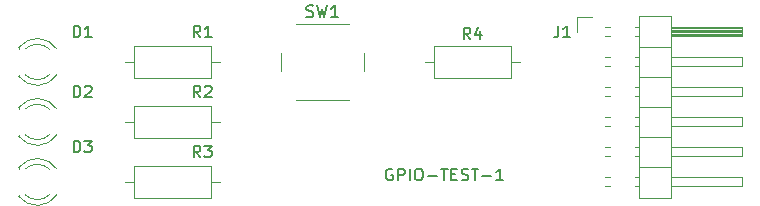
<source format=gbr>
%TF.GenerationSoftware,KiCad,Pcbnew,7.0.10*%
%TF.CreationDate,2024-01-31T18:25:17+09:00*%
%TF.ProjectId,test,74657374-2e6b-4696-9361-645f70636258,rev?*%
%TF.SameCoordinates,Original*%
%TF.FileFunction,Legend,Top*%
%TF.FilePolarity,Positive*%
%FSLAX46Y46*%
G04 Gerber Fmt 4.6, Leading zero omitted, Abs format (unit mm)*
G04 Created by KiCad (PCBNEW 7.0.10) date 2024-01-31 18:25:17*
%MOMM*%
%LPD*%
G01*
G04 APERTURE LIST*
%ADD10C,0.150000*%
%ADD11C,0.120000*%
G04 APERTURE END LIST*
D10*
X117700588Y-70037438D02*
X117605350Y-69989819D01*
X117605350Y-69989819D02*
X117462493Y-69989819D01*
X117462493Y-69989819D02*
X117319636Y-70037438D01*
X117319636Y-70037438D02*
X117224398Y-70132676D01*
X117224398Y-70132676D02*
X117176779Y-70227914D01*
X117176779Y-70227914D02*
X117129160Y-70418390D01*
X117129160Y-70418390D02*
X117129160Y-70561247D01*
X117129160Y-70561247D02*
X117176779Y-70751723D01*
X117176779Y-70751723D02*
X117224398Y-70846961D01*
X117224398Y-70846961D02*
X117319636Y-70942200D01*
X117319636Y-70942200D02*
X117462493Y-70989819D01*
X117462493Y-70989819D02*
X117557731Y-70989819D01*
X117557731Y-70989819D02*
X117700588Y-70942200D01*
X117700588Y-70942200D02*
X117748207Y-70894580D01*
X117748207Y-70894580D02*
X117748207Y-70561247D01*
X117748207Y-70561247D02*
X117557731Y-70561247D01*
X118176779Y-70989819D02*
X118176779Y-69989819D01*
X118176779Y-69989819D02*
X118557731Y-69989819D01*
X118557731Y-69989819D02*
X118652969Y-70037438D01*
X118652969Y-70037438D02*
X118700588Y-70085057D01*
X118700588Y-70085057D02*
X118748207Y-70180295D01*
X118748207Y-70180295D02*
X118748207Y-70323152D01*
X118748207Y-70323152D02*
X118700588Y-70418390D01*
X118700588Y-70418390D02*
X118652969Y-70466009D01*
X118652969Y-70466009D02*
X118557731Y-70513628D01*
X118557731Y-70513628D02*
X118176779Y-70513628D01*
X119176779Y-70989819D02*
X119176779Y-69989819D01*
X119843445Y-69989819D02*
X120033921Y-69989819D01*
X120033921Y-69989819D02*
X120129159Y-70037438D01*
X120129159Y-70037438D02*
X120224397Y-70132676D01*
X120224397Y-70132676D02*
X120272016Y-70323152D01*
X120272016Y-70323152D02*
X120272016Y-70656485D01*
X120272016Y-70656485D02*
X120224397Y-70846961D01*
X120224397Y-70846961D02*
X120129159Y-70942200D01*
X120129159Y-70942200D02*
X120033921Y-70989819D01*
X120033921Y-70989819D02*
X119843445Y-70989819D01*
X119843445Y-70989819D02*
X119748207Y-70942200D01*
X119748207Y-70942200D02*
X119652969Y-70846961D01*
X119652969Y-70846961D02*
X119605350Y-70656485D01*
X119605350Y-70656485D02*
X119605350Y-70323152D01*
X119605350Y-70323152D02*
X119652969Y-70132676D01*
X119652969Y-70132676D02*
X119748207Y-70037438D01*
X119748207Y-70037438D02*
X119843445Y-69989819D01*
X120700588Y-70608866D02*
X121462493Y-70608866D01*
X121795826Y-69989819D02*
X122367254Y-69989819D01*
X122081540Y-70989819D02*
X122081540Y-69989819D01*
X122700588Y-70466009D02*
X123033921Y-70466009D01*
X123176778Y-70989819D02*
X122700588Y-70989819D01*
X122700588Y-70989819D02*
X122700588Y-69989819D01*
X122700588Y-69989819D02*
X123176778Y-69989819D01*
X123557731Y-70942200D02*
X123700588Y-70989819D01*
X123700588Y-70989819D02*
X123938683Y-70989819D01*
X123938683Y-70989819D02*
X124033921Y-70942200D01*
X124033921Y-70942200D02*
X124081540Y-70894580D01*
X124081540Y-70894580D02*
X124129159Y-70799342D01*
X124129159Y-70799342D02*
X124129159Y-70704104D01*
X124129159Y-70704104D02*
X124081540Y-70608866D01*
X124081540Y-70608866D02*
X124033921Y-70561247D01*
X124033921Y-70561247D02*
X123938683Y-70513628D01*
X123938683Y-70513628D02*
X123748207Y-70466009D01*
X123748207Y-70466009D02*
X123652969Y-70418390D01*
X123652969Y-70418390D02*
X123605350Y-70370771D01*
X123605350Y-70370771D02*
X123557731Y-70275533D01*
X123557731Y-70275533D02*
X123557731Y-70180295D01*
X123557731Y-70180295D02*
X123605350Y-70085057D01*
X123605350Y-70085057D02*
X123652969Y-70037438D01*
X123652969Y-70037438D02*
X123748207Y-69989819D01*
X123748207Y-69989819D02*
X123986302Y-69989819D01*
X123986302Y-69989819D02*
X124129159Y-70037438D01*
X124414874Y-69989819D02*
X124986302Y-69989819D01*
X124700588Y-70989819D02*
X124700588Y-69989819D01*
X125319636Y-70608866D02*
X126081541Y-70608866D01*
X127081540Y-70989819D02*
X126510112Y-70989819D01*
X126795826Y-70989819D02*
X126795826Y-69989819D01*
X126795826Y-69989819D02*
X126700588Y-70132676D01*
X126700588Y-70132676D02*
X126605350Y-70227914D01*
X126605350Y-70227914D02*
X126510112Y-70275533D01*
X110426667Y-57117200D02*
X110569524Y-57164819D01*
X110569524Y-57164819D02*
X110807619Y-57164819D01*
X110807619Y-57164819D02*
X110902857Y-57117200D01*
X110902857Y-57117200D02*
X110950476Y-57069580D01*
X110950476Y-57069580D02*
X110998095Y-56974342D01*
X110998095Y-56974342D02*
X110998095Y-56879104D01*
X110998095Y-56879104D02*
X110950476Y-56783866D01*
X110950476Y-56783866D02*
X110902857Y-56736247D01*
X110902857Y-56736247D02*
X110807619Y-56688628D01*
X110807619Y-56688628D02*
X110617143Y-56641009D01*
X110617143Y-56641009D02*
X110521905Y-56593390D01*
X110521905Y-56593390D02*
X110474286Y-56545771D01*
X110474286Y-56545771D02*
X110426667Y-56450533D01*
X110426667Y-56450533D02*
X110426667Y-56355295D01*
X110426667Y-56355295D02*
X110474286Y-56260057D01*
X110474286Y-56260057D02*
X110521905Y-56212438D01*
X110521905Y-56212438D02*
X110617143Y-56164819D01*
X110617143Y-56164819D02*
X110855238Y-56164819D01*
X110855238Y-56164819D02*
X110998095Y-56212438D01*
X111331429Y-56164819D02*
X111569524Y-57164819D01*
X111569524Y-57164819D02*
X111760000Y-56450533D01*
X111760000Y-56450533D02*
X111950476Y-57164819D01*
X111950476Y-57164819D02*
X112188572Y-56164819D01*
X113093333Y-57164819D02*
X112521905Y-57164819D01*
X112807619Y-57164819D02*
X112807619Y-56164819D01*
X112807619Y-56164819D02*
X112712381Y-56307676D01*
X112712381Y-56307676D02*
X112617143Y-56402914D01*
X112617143Y-56402914D02*
X112521905Y-56450533D01*
X101433333Y-58874819D02*
X101100000Y-58398628D01*
X100861905Y-58874819D02*
X100861905Y-57874819D01*
X100861905Y-57874819D02*
X101242857Y-57874819D01*
X101242857Y-57874819D02*
X101338095Y-57922438D01*
X101338095Y-57922438D02*
X101385714Y-57970057D01*
X101385714Y-57970057D02*
X101433333Y-58065295D01*
X101433333Y-58065295D02*
X101433333Y-58208152D01*
X101433333Y-58208152D02*
X101385714Y-58303390D01*
X101385714Y-58303390D02*
X101338095Y-58351009D01*
X101338095Y-58351009D02*
X101242857Y-58398628D01*
X101242857Y-58398628D02*
X100861905Y-58398628D01*
X102385714Y-58874819D02*
X101814286Y-58874819D01*
X102100000Y-58874819D02*
X102100000Y-57874819D01*
X102100000Y-57874819D02*
X102004762Y-58017676D01*
X102004762Y-58017676D02*
X101909524Y-58112914D01*
X101909524Y-58112914D02*
X101814286Y-58160533D01*
X124293333Y-59044819D02*
X123960000Y-58568628D01*
X123721905Y-59044819D02*
X123721905Y-58044819D01*
X123721905Y-58044819D02*
X124102857Y-58044819D01*
X124102857Y-58044819D02*
X124198095Y-58092438D01*
X124198095Y-58092438D02*
X124245714Y-58140057D01*
X124245714Y-58140057D02*
X124293333Y-58235295D01*
X124293333Y-58235295D02*
X124293333Y-58378152D01*
X124293333Y-58378152D02*
X124245714Y-58473390D01*
X124245714Y-58473390D02*
X124198095Y-58521009D01*
X124198095Y-58521009D02*
X124102857Y-58568628D01*
X124102857Y-58568628D02*
X123721905Y-58568628D01*
X125150476Y-58378152D02*
X125150476Y-59044819D01*
X124912381Y-57997200D02*
X124674286Y-58711485D01*
X124674286Y-58711485D02*
X125293333Y-58711485D01*
X101433333Y-69034819D02*
X101100000Y-68558628D01*
X100861905Y-69034819D02*
X100861905Y-68034819D01*
X100861905Y-68034819D02*
X101242857Y-68034819D01*
X101242857Y-68034819D02*
X101338095Y-68082438D01*
X101338095Y-68082438D02*
X101385714Y-68130057D01*
X101385714Y-68130057D02*
X101433333Y-68225295D01*
X101433333Y-68225295D02*
X101433333Y-68368152D01*
X101433333Y-68368152D02*
X101385714Y-68463390D01*
X101385714Y-68463390D02*
X101338095Y-68511009D01*
X101338095Y-68511009D02*
X101242857Y-68558628D01*
X101242857Y-68558628D02*
X100861905Y-68558628D01*
X101766667Y-68034819D02*
X102385714Y-68034819D01*
X102385714Y-68034819D02*
X102052381Y-68415771D01*
X102052381Y-68415771D02*
X102195238Y-68415771D01*
X102195238Y-68415771D02*
X102290476Y-68463390D01*
X102290476Y-68463390D02*
X102338095Y-68511009D01*
X102338095Y-68511009D02*
X102385714Y-68606247D01*
X102385714Y-68606247D02*
X102385714Y-68844342D01*
X102385714Y-68844342D02*
X102338095Y-68939580D01*
X102338095Y-68939580D02*
X102290476Y-68987200D01*
X102290476Y-68987200D02*
X102195238Y-69034819D01*
X102195238Y-69034819D02*
X101909524Y-69034819D01*
X101909524Y-69034819D02*
X101814286Y-68987200D01*
X101814286Y-68987200D02*
X101766667Y-68939580D01*
X131746666Y-57874819D02*
X131746666Y-58589104D01*
X131746666Y-58589104D02*
X131699047Y-58731961D01*
X131699047Y-58731961D02*
X131603809Y-58827200D01*
X131603809Y-58827200D02*
X131460952Y-58874819D01*
X131460952Y-58874819D02*
X131365714Y-58874819D01*
X132746666Y-58874819D02*
X132175238Y-58874819D01*
X132460952Y-58874819D02*
X132460952Y-57874819D01*
X132460952Y-57874819D02*
X132365714Y-58017676D01*
X132365714Y-58017676D02*
X132270476Y-58112914D01*
X132270476Y-58112914D02*
X132175238Y-58160533D01*
X101433333Y-63954819D02*
X101100000Y-63478628D01*
X100861905Y-63954819D02*
X100861905Y-62954819D01*
X100861905Y-62954819D02*
X101242857Y-62954819D01*
X101242857Y-62954819D02*
X101338095Y-63002438D01*
X101338095Y-63002438D02*
X101385714Y-63050057D01*
X101385714Y-63050057D02*
X101433333Y-63145295D01*
X101433333Y-63145295D02*
X101433333Y-63288152D01*
X101433333Y-63288152D02*
X101385714Y-63383390D01*
X101385714Y-63383390D02*
X101338095Y-63431009D01*
X101338095Y-63431009D02*
X101242857Y-63478628D01*
X101242857Y-63478628D02*
X100861905Y-63478628D01*
X101814286Y-63050057D02*
X101861905Y-63002438D01*
X101861905Y-63002438D02*
X101957143Y-62954819D01*
X101957143Y-62954819D02*
X102195238Y-62954819D01*
X102195238Y-62954819D02*
X102290476Y-63002438D01*
X102290476Y-63002438D02*
X102338095Y-63050057D01*
X102338095Y-63050057D02*
X102385714Y-63145295D01*
X102385714Y-63145295D02*
X102385714Y-63240533D01*
X102385714Y-63240533D02*
X102338095Y-63383390D01*
X102338095Y-63383390D02*
X101766667Y-63954819D01*
X101766667Y-63954819D02*
X102385714Y-63954819D01*
X90701905Y-63954819D02*
X90701905Y-62954819D01*
X90701905Y-62954819D02*
X90940000Y-62954819D01*
X90940000Y-62954819D02*
X91082857Y-63002438D01*
X91082857Y-63002438D02*
X91178095Y-63097676D01*
X91178095Y-63097676D02*
X91225714Y-63192914D01*
X91225714Y-63192914D02*
X91273333Y-63383390D01*
X91273333Y-63383390D02*
X91273333Y-63526247D01*
X91273333Y-63526247D02*
X91225714Y-63716723D01*
X91225714Y-63716723D02*
X91178095Y-63811961D01*
X91178095Y-63811961D02*
X91082857Y-63907200D01*
X91082857Y-63907200D02*
X90940000Y-63954819D01*
X90940000Y-63954819D02*
X90701905Y-63954819D01*
X91654286Y-63050057D02*
X91701905Y-63002438D01*
X91701905Y-63002438D02*
X91797143Y-62954819D01*
X91797143Y-62954819D02*
X92035238Y-62954819D01*
X92035238Y-62954819D02*
X92130476Y-63002438D01*
X92130476Y-63002438D02*
X92178095Y-63050057D01*
X92178095Y-63050057D02*
X92225714Y-63145295D01*
X92225714Y-63145295D02*
X92225714Y-63240533D01*
X92225714Y-63240533D02*
X92178095Y-63383390D01*
X92178095Y-63383390D02*
X91606667Y-63954819D01*
X91606667Y-63954819D02*
X92225714Y-63954819D01*
X90701905Y-68614819D02*
X90701905Y-67614819D01*
X90701905Y-67614819D02*
X90940000Y-67614819D01*
X90940000Y-67614819D02*
X91082857Y-67662438D01*
X91082857Y-67662438D02*
X91178095Y-67757676D01*
X91178095Y-67757676D02*
X91225714Y-67852914D01*
X91225714Y-67852914D02*
X91273333Y-68043390D01*
X91273333Y-68043390D02*
X91273333Y-68186247D01*
X91273333Y-68186247D02*
X91225714Y-68376723D01*
X91225714Y-68376723D02*
X91178095Y-68471961D01*
X91178095Y-68471961D02*
X91082857Y-68567200D01*
X91082857Y-68567200D02*
X90940000Y-68614819D01*
X90940000Y-68614819D02*
X90701905Y-68614819D01*
X91606667Y-67614819D02*
X92225714Y-67614819D01*
X92225714Y-67614819D02*
X91892381Y-67995771D01*
X91892381Y-67995771D02*
X92035238Y-67995771D01*
X92035238Y-67995771D02*
X92130476Y-68043390D01*
X92130476Y-68043390D02*
X92178095Y-68091009D01*
X92178095Y-68091009D02*
X92225714Y-68186247D01*
X92225714Y-68186247D02*
X92225714Y-68424342D01*
X92225714Y-68424342D02*
X92178095Y-68519580D01*
X92178095Y-68519580D02*
X92130476Y-68567200D01*
X92130476Y-68567200D02*
X92035238Y-68614819D01*
X92035238Y-68614819D02*
X91749524Y-68614819D01*
X91749524Y-68614819D02*
X91654286Y-68567200D01*
X91654286Y-68567200D02*
X91606667Y-68519580D01*
X90701905Y-58874819D02*
X90701905Y-57874819D01*
X90701905Y-57874819D02*
X90940000Y-57874819D01*
X90940000Y-57874819D02*
X91082857Y-57922438D01*
X91082857Y-57922438D02*
X91178095Y-58017676D01*
X91178095Y-58017676D02*
X91225714Y-58112914D01*
X91225714Y-58112914D02*
X91273333Y-58303390D01*
X91273333Y-58303390D02*
X91273333Y-58446247D01*
X91273333Y-58446247D02*
X91225714Y-58636723D01*
X91225714Y-58636723D02*
X91178095Y-58731961D01*
X91178095Y-58731961D02*
X91082857Y-58827200D01*
X91082857Y-58827200D02*
X90940000Y-58874819D01*
X90940000Y-58874819D02*
X90701905Y-58874819D01*
X92225714Y-58874819D02*
X91654286Y-58874819D01*
X91940000Y-58874819D02*
X91940000Y-57874819D01*
X91940000Y-57874819D02*
X91844762Y-58017676D01*
X91844762Y-58017676D02*
X91749524Y-58112914D01*
X91749524Y-58112914D02*
X91654286Y-58160533D01*
D11*
%TO.C,SW1*%
X108260000Y-60210000D02*
X108260000Y-61710000D01*
X109510000Y-64210000D02*
X114010000Y-64210000D01*
X114010000Y-57710000D02*
X109510000Y-57710000D01*
X115260000Y-61710000D02*
X115260000Y-60210000D01*
%TO.C,R1*%
X103100000Y-60960000D02*
X102330000Y-60960000D01*
X102330000Y-62330000D02*
X102330000Y-59590000D01*
X102330000Y-59590000D02*
X95790000Y-59590000D01*
X95790000Y-62330000D02*
X102330000Y-62330000D01*
X95790000Y-59590000D02*
X95790000Y-62330000D01*
X95020000Y-60960000D02*
X95790000Y-60960000D01*
%TO.C,R4*%
X120420000Y-60960000D02*
X121190000Y-60960000D01*
X121190000Y-59590000D02*
X121190000Y-62330000D01*
X121190000Y-62330000D02*
X127730000Y-62330000D01*
X127730000Y-59590000D02*
X121190000Y-59590000D01*
X127730000Y-62330000D02*
X127730000Y-59590000D01*
X128500000Y-60960000D02*
X127730000Y-60960000D01*
%TO.C,R3*%
X103100000Y-71120000D02*
X102330000Y-71120000D01*
X102330000Y-72490000D02*
X102330000Y-69750000D01*
X102330000Y-69750000D02*
X95790000Y-69750000D01*
X95790000Y-72490000D02*
X102330000Y-72490000D01*
X95790000Y-69750000D02*
X95790000Y-72490000D01*
X95020000Y-71120000D02*
X95790000Y-71120000D01*
%TO.C,J1*%
X133350000Y-57150000D02*
X134620000Y-57150000D01*
X133350000Y-58420000D02*
X133350000Y-57150000D01*
X135662929Y-60580000D02*
X136117071Y-60580000D01*
X135662929Y-61340000D02*
X136117071Y-61340000D01*
X135662929Y-63120000D02*
X136117071Y-63120000D01*
X135662929Y-63880000D02*
X136117071Y-63880000D01*
X135662929Y-65660000D02*
X136117071Y-65660000D01*
X135662929Y-66420000D02*
X136117071Y-66420000D01*
X135662929Y-68200000D02*
X136117071Y-68200000D01*
X135662929Y-68960000D02*
X136117071Y-68960000D01*
X135662929Y-70740000D02*
X136117071Y-70740000D01*
X135662929Y-71500000D02*
X136117071Y-71500000D01*
X135730000Y-58040000D02*
X136117071Y-58040000D01*
X135730000Y-58800000D02*
X136117071Y-58800000D01*
X138202929Y-58040000D02*
X138600000Y-58040000D01*
X138202929Y-58800000D02*
X138600000Y-58800000D01*
X138202929Y-60580000D02*
X138600000Y-60580000D01*
X138202929Y-61340000D02*
X138600000Y-61340000D01*
X138202929Y-63120000D02*
X138600000Y-63120000D01*
X138202929Y-63880000D02*
X138600000Y-63880000D01*
X138202929Y-65660000D02*
X138600000Y-65660000D01*
X138202929Y-66420000D02*
X138600000Y-66420000D01*
X138202929Y-68200000D02*
X138600000Y-68200000D01*
X138202929Y-68960000D02*
X138600000Y-68960000D01*
X138202929Y-70740000D02*
X138600000Y-70740000D01*
X138202929Y-71500000D02*
X138600000Y-71500000D01*
X138600000Y-57090000D02*
X138600000Y-72450000D01*
X138600000Y-59690000D02*
X141260000Y-59690000D01*
X138600000Y-62230000D02*
X141260000Y-62230000D01*
X138600000Y-64770000D02*
X141260000Y-64770000D01*
X138600000Y-67310000D02*
X141260000Y-67310000D01*
X138600000Y-69850000D02*
X141260000Y-69850000D01*
X138600000Y-72450000D02*
X141260000Y-72450000D01*
X141260000Y-57090000D02*
X138600000Y-57090000D01*
X141260000Y-58040000D02*
X147260000Y-58040000D01*
X141260000Y-58100000D02*
X147260000Y-58100000D01*
X141260000Y-58220000D02*
X147260000Y-58220000D01*
X141260000Y-58340000D02*
X147260000Y-58340000D01*
X141260000Y-58460000D02*
X147260000Y-58460000D01*
X141260000Y-58580000D02*
X147260000Y-58580000D01*
X141260000Y-58700000D02*
X147260000Y-58700000D01*
X141260000Y-60580000D02*
X147260000Y-60580000D01*
X141260000Y-63120000D02*
X147260000Y-63120000D01*
X141260000Y-65660000D02*
X147260000Y-65660000D01*
X141260000Y-68200000D02*
X147260000Y-68200000D01*
X141260000Y-70740000D02*
X147260000Y-70740000D01*
X141260000Y-72450000D02*
X141260000Y-57090000D01*
X147260000Y-58040000D02*
X147260000Y-58800000D01*
X147260000Y-58800000D02*
X141260000Y-58800000D01*
X147260000Y-60580000D02*
X147260000Y-61340000D01*
X147260000Y-61340000D02*
X141260000Y-61340000D01*
X147260000Y-63120000D02*
X147260000Y-63880000D01*
X147260000Y-63880000D02*
X141260000Y-63880000D01*
X147260000Y-65660000D02*
X147260000Y-66420000D01*
X147260000Y-66420000D02*
X141260000Y-66420000D01*
X147260000Y-68200000D02*
X147260000Y-68960000D01*
X147260000Y-68960000D02*
X141260000Y-68960000D01*
X147260000Y-70740000D02*
X147260000Y-71500000D01*
X147260000Y-71500000D02*
X141260000Y-71500000D01*
%TO.C,R2*%
X103100000Y-66040000D02*
X102330000Y-66040000D01*
X102330000Y-67410000D02*
X102330000Y-64670000D01*
X102330000Y-64670000D02*
X95790000Y-64670000D01*
X95790000Y-67410000D02*
X102330000Y-67410000D01*
X95790000Y-64670000D02*
X95790000Y-67410000D01*
X95020000Y-66040000D02*
X95790000Y-66040000D01*
%TO.C,D2*%
X86070000Y-64804000D02*
X86070000Y-64960000D01*
X86070000Y-67120000D02*
X86070000Y-67276000D01*
X89302334Y-64961392D02*
G75*
G03*
X86070001Y-64804485I-1672334J-1078608D01*
G01*
X88671129Y-64960164D02*
G75*
G03*
X86589040Y-64960001I-1041129J-1079836D01*
G01*
X86589040Y-67119999D02*
G75*
G03*
X88671129Y-67119836I1040960J1079999D01*
G01*
X86070001Y-67275515D02*
G75*
G03*
X89302334Y-67118608I1559999J1235515D01*
G01*
%TO.C,D3*%
X86070000Y-69884000D02*
X86070000Y-70040000D01*
X86070000Y-72200000D02*
X86070000Y-72356000D01*
X89302334Y-70041392D02*
G75*
G03*
X86070001Y-69884485I-1672334J-1078608D01*
G01*
X88671129Y-70040164D02*
G75*
G03*
X86589040Y-70040001I-1041129J-1079836D01*
G01*
X86589040Y-72199999D02*
G75*
G03*
X88671129Y-72199836I1040960J1079999D01*
G01*
X86070001Y-72355515D02*
G75*
G03*
X89302334Y-72198608I1559999J1235515D01*
G01*
%TO.C,D1*%
X86070000Y-59724000D02*
X86070000Y-59880000D01*
X86070000Y-62040000D02*
X86070000Y-62196000D01*
X89302334Y-59881392D02*
G75*
G03*
X86070001Y-59724485I-1672334J-1078608D01*
G01*
X88671129Y-59880164D02*
G75*
G03*
X86589040Y-59880001I-1041129J-1079836D01*
G01*
X86589040Y-62039999D02*
G75*
G03*
X88671129Y-62039836I1040960J1079999D01*
G01*
X86070001Y-62195515D02*
G75*
G03*
X89302334Y-62038608I1559999J1235515D01*
G01*
%TD*%
M02*

</source>
